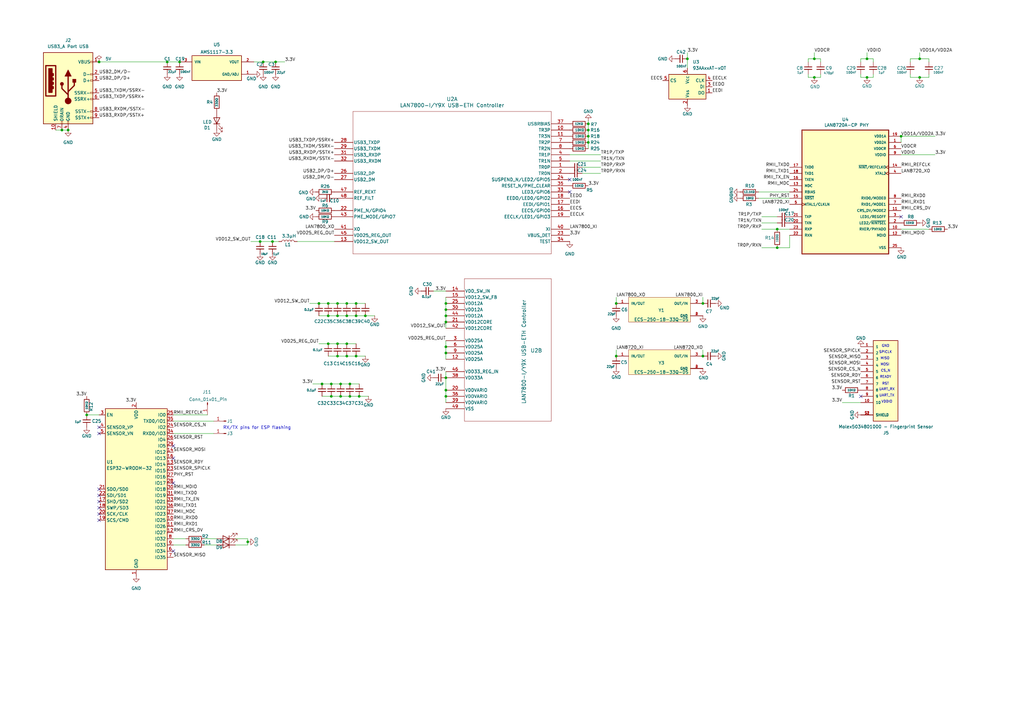
<source format=kicad_sch>
(kicad_sch (version 20250114) (generator "eeschema") (generator_version "9.0")
  (paper "A3")
  (title_block (title "Charizhard") (date "2024-10-31"))
  (text "VDDIO" (at 363.728 164.846 0) (effects (font (size 1 1))))
  (text "UART_TX\n" (at 363.728 162.306 0) (effects (font (size 1 1))))
  (text "GND" (at 363.22 141.986 0) (effects (font (size 1 1))))
  (text "UART_RX" (at 363.728 159.766 0) (effects (font (size 1 1))))
  (text "RST" (at 363.22 157.48 0) (effects (font (size 1 1))))
  (text "MISO" (at 362.966 147.066 0) (effects (font (size 1 1))))
  (text "READY" (at 363.22 154.686 0) (effects (font (size 1 1))))
  (text "SPICLK" (at 363.22 144.526 0) (effects (font (size 1 1))))
  (text "MOSI" (at 362.966 149.606 0) (effects (font (size 1 1))))
  (text "CS_N" (at 363.22 152.146 0) (effects (font (size 1 1))))
  (text "RX/TX pins for ESP flashing" (at 105.41 175.514 0) (effects (font (size 1.27 1.27))))
  (junction (at 334.01 24.13))
  (junction (at 377.19 24.13))
  (junction (at 182.88 144.78))
  (junction (at 143.51 157.48))
  (junction (at 139.7 157.48))
  (junction (at 111.76 99.06))
  (junction (at 107.95 25.4))
  (junction (at 182.88 127))
  (junction (at 138.43 146.05))
  (junction (at 241.3 58.42))
  (junction (at 134.62 129.54))
  (junction (at 149.86 129.54))
  (junction (at 138.43 124.46))
  (junction (at 377.19 31.75))
  (junction (at 182.88 154.94))
  (junction (at 142.24 124.46))
  (junction (at 40.64 25.4))
  (junction (at 146.05 129.54))
  (junction (at 318.77 101.6))
  (junction (at 281.94 24.13))
  (junction (at 73.66 25.4))
  (junction (at 241.3 55.88))
  (junction (at 139.7 162.56))
  (junction (at 355.6 24.13))
  (junction (at 68.58 25.4))
  (junction (at 146.05 146.05))
  (junction (at 369.57 55.88))
  (junction (at 241.3 50.8))
  (junction (at 143.51 162.56))
  (junction (at 113.03 25.4))
  (junction (at 182.88 129.54))
  (junction (at 142.24 129.54))
  (junction (at 135.89 162.56))
  (junction (at 182.88 124.46))
  (junction (at 241.3 53.34))
  (junction (at 135.89 157.48))
  (junction (at 252.73 146.05))
  (junction (at 355.6 31.75))
  (junction (at 132.08 157.48))
  (junction (at 334.01 31.75))
  (junction (at 27.94 53.34))
  (junction (at 147.32 162.56))
  (junction (at 25.4 53.34))
  (junction (at 142.24 146.05))
  (junction (at 130.81 124.46))
  (junction (at 182.88 132.08))
  (junction (at 252.73 124.46))
  (junction (at 182.88 160.02))
  (junction (at 146.05 124.46))
  (junction (at 142.24 140.97))
  (junction (at 138.43 129.54))
  (junction (at 318.77 93.98))
  (junction (at 182.88 142.24))
  (junction (at 134.62 140.97))
  (junction (at 106.68 99.06))
  (junction (at 134.62 124.46))
  (junction (at 35.56 170.18))
  (junction (at 288.29 146.05))
  (junction (at 288.29 124.46))
  (junction (at 138.43 140.97))
  (junction (at 101.6 222.25))
  (junction (at 182.88 162.56))
  (no_connect (at 40.64 208.28))
  (no_connect (at 71.12 182.88))
  (no_connect (at 353.06 162.56))
  (no_connect (at 40.64 210.82))
  (no_connect (at 40.64 177.8))
  (no_connect (at 40.64 205.74))
  (no_connect (at 71.12 187.96))
  (no_connect (at 71.12 198.12))
  (no_connect (at 40.64 203.2))
  (no_connect (at 40.64 213.36))
  (no_connect (at 40.64 200.66))
  (no_connect (at 233.68 73.66))
  (no_connect (at 233.68 78.74))
  (no_connect (at 71.12 226.06))
  (no_connect (at 40.64 175.26))
  (no_connect (at 369.57 88.9))
  (wire (pts (xy 336.55 24.13) (xy 334.01 24.13)))
  (wire (pts (xy 83.82 220.98) (xy 88.9 220.98)))
  (wire (pts (xy 182.88 124.46) (xy 182.88 127)))
  (wire (pts (xy 102.87 99.06) (xy 106.68 99.06)))
  (wire (pts (xy 127 124.46) (xy 130.81 124.46)))
  (wire (pts (xy 238.76 68.58) (xy 246.38 68.58)))
  (wire (pts (xy 377.19 21.59) (xy 377.19 24.13)))
  (wire (pts (xy 139.7 157.48) (xy 143.51 157.48)))
  (wire (pts (xy 241.3 58.42) (xy 241.3 60.96)))
  (wire (pts (xy 288.29 121.92) (xy 288.29 124.46)))
  (wire (pts (xy 345.44 165.1) (xy 353.06 165.1)))
  (wire (pts (xy 68.58 25.4) (xy 73.66 25.4)))
  (wire (pts (xy 311.15 78.74) (xy 323.85 78.74)))
  (wire (pts (xy 182.88 152.4) (xy 182.88 154.94)))
  (wire (pts (xy 135.89 162.56) (xy 139.7 162.56)))
  (wire (pts (xy 132.08 162.56) (xy 135.89 162.56)))
  (wire (pts (xy 369.57 55.88) (xy 369.57 58.42)))
  (wire (pts (xy 71.12 220.98) (xy 76.2 220.98)))
  (wire (pts (xy 318.77 93.98) (xy 323.85 93.98)))
  (wire (pts (xy 177.8 119.38) (xy 182.88 119.38)))
  (wire (pts (xy 369.57 63.5) (xy 383.54 63.5)))
  (wire (pts (xy 312.42 101.6) (xy 318.77 101.6)))
  (wire (pts (xy 134.62 140.97) (xy 138.43 140.97)))
  (wire (pts (xy 96.52 220.98) (xy 101.6 220.98)))
  (wire (pts (xy 323.85 101.6) (xy 323.85 96.52)))
  (wire (pts (xy 182.88 154.94) (xy 182.88 160.02)))
  (wire (pts (xy 138.43 129.54) (xy 142.24 129.54)))
  (wire (pts (xy 71.12 170.18) (xy 85.09 170.18)))
  (wire (pts (xy 71.12 223.52) (xy 76.2 223.52)))
  (wire (pts (xy 369.57 55.88) (xy 383.54 55.88)))
  (wire (pts (xy 377.19 24.13) (xy 381 24.13)))
  (wire (pts (xy 233.68 66.04) (xy 246.38 66.04)))
  (wire (pts (xy 381 24.13) (xy 381 25.4)))
  (wire (pts (xy 281.94 24.13) (xy 281.94 27.94)))
  (wire (pts (xy 134.62 129.54) (xy 138.43 129.54)))
  (wire (pts (xy 358.14 31.75) (xy 358.14 30.48)))
  (wire (pts (xy 25.4 53.34) (xy 27.94 53.34)))
  (wire (pts (xy 288.29 143.51) (xy 288.29 146.05)))
  (wire (pts (xy 381 30.48) (xy 381 31.75)))
  (wire (pts (xy 83.82 223.52) (xy 88.9 223.52)))
  (wire (pts (xy 336.55 24.13) (xy 336.55 25.4)))
  (wire (pts (xy 377.19 31.75) (xy 373.38 31.75)))
  (wire (pts (xy 241.3 50.8) (xy 241.3 53.34)))
  (wire (pts (xy 151.13 162.56) (xy 147.32 162.56)))
  (wire (pts (xy 142.24 146.05) (xy 146.05 146.05)))
  (wire (pts (xy 143.51 157.48) (xy 147.32 157.48)))
  (wire (pts (xy 182.88 129.54) (xy 182.88 132.08)))
  (wire (pts (xy 134.62 124.46) (xy 138.43 124.46)))
  (wire (pts (xy 355.6 24.13) (xy 353.06 24.13)))
  (wire (pts (xy 377.19 31.75) (xy 381 31.75)))
  (wire (pts (xy 147.32 162.56) (xy 143.51 162.56)))
  (wire (pts (xy 355.6 21.59) (xy 355.6 24.13)))
  (wire (pts (xy 241.3 53.34) (xy 241.3 55.88)))
  (wire (pts (xy 312.42 93.98) (xy 318.77 93.98)))
  (wire (pts (xy 381 93.98) (xy 369.57 93.98)))
  (wire (pts (xy 358.14 24.13) (xy 358.14 25.4)))
  (wire (pts (xy 241.3 49.53) (xy 241.3 50.8)))
  (wire (pts (xy 252.73 121.92) (xy 252.73 124.46)))
  (wire (pts (xy 132.08 157.48) (xy 135.89 157.48)))
  (wire (pts (xy 22.86 53.34) (xy 25.4 53.34)))
  (wire (pts (xy 146.05 129.54) (xy 149.86 129.54)))
  (wire (pts (xy 138.43 140.97) (xy 142.24 140.97)))
  (wire (pts (xy 130.81 140.97) (xy 134.62 140.97)))
  (wire (pts (xy 146.05 124.46) (xy 149.86 124.46)))
  (wire (pts (xy 146.05 146.05) (xy 149.86 146.05)))
  (wire (pts (xy 312.42 88.9) (xy 318.77 88.9)))
  (wire (pts (xy 128.27 157.48) (xy 132.08 157.48)))
  (wire (pts (xy 358.14 24.13) (xy 355.6 24.13)))
  (wire (pts (xy 114.3 99.06) (xy 111.76 99.06)))
  (wire (pts (xy 334.01 21.59) (xy 334.01 24.13)))
  (wire (pts (xy 331.47 24.13) (xy 331.47 25.4)))
  (wire (pts (xy 238.76 71.12) (xy 246.38 71.12)))
  (wire (pts (xy 143.51 162.56) (xy 139.7 162.56)))
  (wire (pts (xy 111.76 99.06) (xy 106.68 99.06)))
  (wire (pts (xy 353.06 24.13) (xy 353.06 25.4)))
  (wire (pts (xy 355.6 31.75) (xy 353.06 31.75)))
  (wire (pts (xy 241.3 55.88) (xy 241.3 58.42)))
  (wire (pts (xy 96.52 223.52) (xy 101.6 223.52)))
  (wire (pts (xy 101.6 220.98) (xy 101.6 222.25)))
  (wire (pts (xy 336.55 30.48) (xy 336.55 31.75)))
  (wire (pts (xy 373.38 25.4) (xy 373.38 24.13)))
  (wire (pts (xy 142.24 124.46) (xy 146.05 124.46)))
  (wire (pts (xy 355.6 31.75) (xy 358.14 31.75)))
  (wire (pts (xy 331.47 30.48) (xy 331.47 31.75)))
  (wire (pts (xy 182.88 139.7) (xy 182.88 142.24)))
  (wire (pts (xy 318.77 101.6) (xy 323.85 101.6)))
  (wire (pts (xy 182.88 144.78) (xy 182.88 147.32)))
  (wire (pts (xy 182.88 142.24) (xy 182.88 144.78)))
  (wire (pts (xy 40.64 25.4) (xy 68.58 25.4)))
  (wire (pts (xy 281.94 21.59) (xy 281.94 24.13)))
  (wire (pts (xy 130.81 124.46) (xy 134.62 124.46)))
  (wire (pts (xy 373.38 24.13) (xy 377.19 24.13)))
  (wire (pts (xy 138.43 146.05) (xy 142.24 146.05)))
  (wire (pts (xy 312.42 91.44) (xy 318.77 91.44)))
  (wire (pts (xy 135.89 157.48) (xy 139.7 157.48)))
  (wire (pts (xy 334.01 24.13) (xy 331.47 24.13)))
  (wire (pts (xy 134.62 146.05) (xy 138.43 146.05)))
  (wire (pts (xy 87.63 177.8) (xy 71.12 177.8)))
  (wire (pts (xy 252.73 143.51) (xy 252.73 146.05)))
  (wire (pts (xy 71.12 172.72) (xy 87.63 172.72)))
  (wire (pts (xy 182.88 121.92) (xy 182.88 124.46)))
  (wire (pts (xy 373.38 31.75) (xy 373.38 30.48)))
  (wire (pts (xy 142.24 129.54) (xy 146.05 129.54)))
  (wire (pts (xy 142.24 140.97) (xy 146.05 140.97)))
  (wire (pts (xy 121.92 99.06) (xy 137.16 99.06)))
  (wire (pts (xy 149.86 129.54) (xy 153.67 129.54)))
  (wire (pts (xy 107.95 25.4) (xy 104.14 25.4)))
  (wire (pts (xy 182.88 160.02) (xy 182.88 162.56)))
  (wire (pts (xy 331.47 31.75) (xy 334.01 31.75)))
  (wire (pts (xy 182.88 127) (xy 182.88 129.54)))
  (wire (pts (xy 233.68 63.5) (xy 246.38 63.5)))
  (wire (pts (xy 138.43 124.46) (xy 142.24 124.46)))
  (wire (pts (xy 336.55 31.75) (xy 334.01 31.75)))
  (wire (pts (xy 101.6 223.52) (xy 101.6 222.25)))
  (wire (pts (xy 130.81 129.54) (xy 134.62 129.54)))
  (wire (pts (xy 311.15 81.28) (xy 323.85 81.28)))
  (wire (pts (xy 107.95 25.4) (xy 113.03 25.4)))
  (wire (pts (xy 353.06 30.48) (xy 353.06 31.75)))
  (wire (pts (xy 35.56 170.18) (xy 40.64 170.18)))
  (wire (pts (xy 113.03 25.4) (xy 116.84 25.4)))
  (wire (pts (xy 182.88 162.56) (xy 182.88 165.1)))
  (wire (pts (xy 182.88 132.08) (xy 182.88 134.62)))
  (label "VDDCR" (at 334.01 21.59 0))
  (label "3.3V" (at 388.62 93.98 0))
  (label "3.3V" (at 182.88 152.4 180))
  (label "VDDIO" (at 369.57 63.5 0))
  (label "3.3V" (at 241.3 76.2 0))
  (label "3.3V" (at 345.44 165.1 180))
  (label "EECLK" (at 233.68 88.9 0))
  (label "SENSOR_MISO" (at 71.12 228.6 0))
  (label "VDD12_SW_OUT" (at 102.87 99.06 180))
  (label "3.3V" (at 116.84 25.4 0))
  (label "VDD1A{slash}VDD2A" (at 369.57 55.88 0))
  (label "LAN8720_XO" (at 369.57 71.12 0))
  (label "USB2_DP{slash}D+" (at 137.16 71.12 180))
  (label "VDD25_REG_OUT" (at 130.81 140.97 180))
  (label "LAN8720_XI" (at 252.73 143.51 0))
  (label "VDDIO" (at 355.6 21.59 0))
  (label "SENSOR_CS_N" (at 353.06 152.4 180))
  (label "RMII_MDC" (at 323.85 76.2 180))
  (label "VDD25_REG_OUT" (at 137.16 96.52 180))
  (label "USB3_TXDM{slash}SSRX-" (at 137.16 60.96 180))
  (label "RMII_RXD1" (at 71.12 215.9 0))
  (label "USB3_RXDP{slash}SSTX+" (at 137.16 63.5 180))
  (label "SENSOR_SPICLK" (at 353.06 144.78 180))
  (label "SENSOR_RDY" (at 71.12 190.5 0))
  (label "EEDO" (at 233.68 81.28 0))
  (label "LAN8720_XO" (at 288.29 143.51 180))
  (label "RMII_TXD1" (at 323.85 71.12 180))
  (label "EECS" (at 233.68 86.36 0))
  (label "RMII_RXD0" (at 369.57 81.28 0))
  (label "USB3_TXDP{slash}SSRX+" (at 40.64 40.64 0))
  (label "EEDI" (at 292.1 38.1 0))
  (label "SENSOR_RST" (at 353.06 157.48 180))
  (label "3.3V" (at 233.68 96.52 0))
  (label "RMII_TXD0" (at 71.12 203.2 0))
  (label "RMII_RXD0" (at 71.12 213.36 0))
  (label "3.3V" (at 345.44 160.02 180))
  (label "TR1N{slash}TXN" (at 246.38 66.04 0))
  (label "USB3_TXDP{slash}SSRX+" (at 137.16 58.42 180))
  (label "TR0P{slash}RXP" (at 246.38 68.58 0))
  (label "RMII_TX_EN" (at 71.12 205.74 0))
  (label "EEDI" (at 233.68 83.82 0))
  (label "LAN8720_XI" (at 323.85 83.82 180))
  (label "TR0P{slash}RXN" (at 312.42 101.6 180))
  (label "RMII_MDIO" (at 369.57 96.52 0))
  (label "USB3_TXDM{slash}SSRX-" (at 40.64 38.1 0))
  (label "3.3V" (at 128.27 157.48 180))
  (label "TR0P{slash}RXN" (at 246.38 71.12 0))
  (label "RMII_REFCLK" (at 71.12 170.18 0))
  (label "RMII_CRS_DV" (at 71.12 218.44 0))
  (label "USB3_RXDM{slash}SSTX-" (at 137.16 66.04 180))
  (label "SENSOR_CS_N" (at 71.12 175.26 0))
  (label "LAN7800_XI" (at 288.29 121.92 180))
  (label "RMII_TXD0" (at 323.85 68.58 180))
  (label "USB2_DP{slash}D+" (at 40.64 33.02 0))
  (label "USB3_RXDP{slash}SSTX+" (at 40.64 48.26 0))
  (label "EECLK" (at 292.1 33.02 0))
  (label "RMII_REFCLK" (at 369.57 68.58 0))
  (label "LAN7800_XI" (at 233.68 93.98 0))
  (label "SENSOR_SPICLK" (at 71.12 193.04 0))
  (label "3.3V" (at 129.54 86.36 180))
  (label "3.3V" (at 182.88 119.38 180))
  (label "LAN7800_XO" (at 252.73 121.92 0))
  (label "3.3V" (at 55.88 165.1 180))
  (label "SENSOR_MISO" (at 353.06 147.32 180))
  (label "3.3V" (at 383.54 55.88 0))
  (label "VDD1A{slash}VDD2A" (at 377.19 21.59 0))
  (label "PHY_RST" (at 323.85 81.28 180))
  (label "TR1N{slash}TXN" (at 312.42 91.44 180))
  (label "TR1P{slash}TXP" (at 246.38 63.5 0))
  (label "USB2_DM{slash}D-" (at 137.16 73.66 180))
  (label "VDD12_SW_OUT" (at 127 124.46 180))
  (label "SENSOR_RDY" (at 353.06 154.94 180))
  (label "PHY_RST" (at 71.12 195.58 0))
  (label "VDD25_REG_OUT" (at 182.88 139.7 180))
  (label "RMII_MDC" (at 71.12 210.82 0))
  (label "EECS" (at 271.78 33.02 180))
  (label "RMII_RXD1" (at 369.57 83.82 0))
  (label "SENSOR_RST" (at 71.12 180.34 0))
  (label "VDDCR" (at 369.57 60.96 0))
  (label "EEDO" (at 292.1 35.56 0))
  (label "SENSOR_MOSI" (at 353.06 149.86 180))
  (label "USB2_DM{slash}D-" (at 40.64 30.48 0))
  (label "3.3V" (at 88.9 38.1 0))
  (label "3.3V" (at 281.94 21.59 0))
  (label "RMII_MDIO" (at 71.12 200.66 0))
  (label "LAN7800_XO" (at 137.16 93.98 180))
  (label "3.3V" (at 35.56 162.56 180))
  (label "VDD12_SW_OUT" (at 182.88 134.62 180))
  (label "TR0P{slash}RXP" (at 312.42 93.98 180))
  (label "USB3_RXDM{slash}SSTX-" (at 40.64 45.72 0))
  (label "SENSOR_MOSI" (at 71.12 185.42 0))
  (label "RMII_TXD1" (at 71.12 208.28 0))
  (label "RMII_TX_EN" (at 323.85 73.66 180))
  (label "3.3V" (at 383.54 63.5 0))
  (label "TR1P{slash}TXP" (at 312.42 88.9 180))
  (label "RMII_CRS_DV" (at 369.57 86.36 0))
  (symbol (lib_id "Device:C_Small") (at 135.89 160.02 0) (unit 1)
    (property "Reference" "C33" (at 135.89 165.354 0))
    (property "Value" "0.1µF" (at 127.762 160.02 0) (effects (font (size 0.9 0.9))))
    (property "Footprint" "Capacitor_SMD:C_0603_1608Metric" (effects (hide yes)))
    (property "Description" "Unpolarized capacitor, small symbol" (effects (hide yes)))
  )
  (symbol (lib_id "Connector:Conn_01x01_Pin") (at 92.71 172.72 180) (unit 1)
    (property "Reference" "J1" (at 95.504 172.72 0) (effects (justify left)))
    (property "Value" "Conn_01x01_Pin" (effects (hide yes)))
    (property "Footprint" "Connector_PinHeader_2.54mm:PinHeader_1x01_P2.54mm_Vertical" (effects (hide yes)))
    (property "Description" "Generic connector, single row, 01x01, script generated" (effects (hide yes)))
  )
  (symbol (lib_id "Device:R") (at 80.01 223.52 90) (unit 1)
    (property "Reference" "R11" (at 82.804 222.504 90) (effects (justify right)))
    (property "Value" "330Ω" (at 78.232 223.52 90) (effects (font (size 0.9 0.9)) (justify right)))
    (property "Footprint" "Resistor_SMD:R_0603_1608Metric" (effects (hide yes)))
    (property "Description" "Resistor" (effects (hide yes)))
  )
  (symbol (lib_id "power:GND") (at 369.57 101.6 0) (unit 1)
    (property "Reference" "#PWR06" (effects (hide yes)))
    (property "Value" "GND" (at 369.824 105.41 0))
    (property "Description" "Power symbol creates a global label with name \"GND\" , ground" (effects (hide yes)))
  )
  (symbol (lib_id "Device:R") (at 373.38 91.44 90) (unit 1)
    (property "Reference" "R8" (at 374.904 88.9 90) (effects (justify left)))
    (property "Value" "10KΩ" (at 374.904 91.44 90) (effects (font (size 0.8 0.8)) (justify left)))
    (property "Footprint" "Resistor_SMD:R_0603_1608Metric" (effects (hide yes)))
    (property "Description" "Resistor" (effects (hide yes)))
  )
  (symbol (lib_id "power:GND") (at 113.03 30.48 0) (unit 1)
    (property "Reference" "#PWR038" (effects (hide yes)))
    (property "Value" "GND" (at 113.03 35.56 0))
    (property "Description" "Power symbol creates a global label with name \"GND\" , ground" (effects (hide yes)))
  )
  (symbol (lib_id "power:GND") (at 281.94 43.18 0) (unit 1)
    (property "Reference" "#PWR07" (effects (hide yes)))
    (property "Value" "GND" (at 279.908 46.736 0) (effects (justify left)))
    (property "Description" "Power symbol creates a global label with name \"GND\" , ground" (effects (hide yes)))
  )
  (symbol (lib_id "power:GND") (at 377.19 91.44 90) (unit 1)
    (property "Reference" "#PWR019" (effects (hide yes)))
    (property "Value" "GND" (at 380.746 91.44 0))
    (property "Description" "Power symbol creates a global label with name \"GND\" , ground" (effects (hide yes)))
  )
  (symbol (lib_id "Device:C_Small") (at 290.83 146.05 90) (unit 1)
    (property "Reference" "C4" (at 289.56 149.352 90) (effects (justify right)))
    (property "Value" "22pF" (at 291.592 144.018 90) (effects (font (size 0.9 0.9)) (justify right)))
    (property "Footprint" "Capacitor_SMD:C_0603_1608Metric" (effects (hide yes)))
    (property "Description" "Unpolarized capacitor, small symbol" (effects (hide yes)))
  )
  (symbol (lib_id "Device:C_Small") (at 321.31 91.44 270) (unit 1)
    (property "Reference" "C20" (at 321.818 90.17 90) (effects (justify left)))
    (property "Value" "100nF" (effects (hide yes)))
    (property "Footprint" "Capacitor_SMD:C_0603_1608Metric" (effects (hide yes)))
    (property "Description" "Unpolarized capacitor, small symbol" (effects (hide yes)))
  )
  (symbol (lib_id "Device:C_Small") (at 73.66 27.94 0) (unit 1)
    (property "Reference" "C19" (at 71.882 24.13 0) (effects (justify left)))
    (property "Value" "100nF" (at 73.914 29.464 0) (effects (font (size 0.9 0.9)) (justify left)))
    (property "Footprint" "Capacitor_SMD:C_0603_1608Metric" (effects (hide yes)))
    (property "Description" "Unpolarized capacitor, small symbol" (effects (hide yes)))
  )
  (symbol (lib_id "power:GND") (at 68.58 30.48 0) (unit 1)
    (property "Reference" "#PWR025" (effects (hide yes)))
    (property "Value" "GND" (at 68.58 35.56 0))
    (property "Description" "Power symbol creates a global label with name \"GND\" , ground" (effects (hide yes)))
  )
  (symbol (lib_id "power:GND") (at 129.54 78.74 270) (unit 1)
    (property "Reference" "#PWR012" (effects (hide yes)))
    (property "Value" "GND" (at 124.46 78.994 90))
    (property "Description" "Power symbol creates a global label with name \"GND\" , ground" (effects (hide yes)))
  )
  (symbol (lib_id "Device:C_Small") (at 353.06 27.94 180) (unit 1)
    (property "Reference" "C29" (at 351.028 27.94 0) (effects (justify left)))
    (property "Value" "100nF" (at 351.282 29.718 0) (effects (font (size 0.9 0.9)) (justify left)))
    (property "Footprint" "Capacitor_SMD:C_0603_1608Metric" (effects (hide yes)))
    (property "Description" "Unpolarized capacitor, small symbol" (effects (hide yes)))
  )
  (symbol (lib_id "Device:R") (at 88.9 41.91 0) (unit 1)
    (property "Reference" "R4" (at 87.376 41.91 0) (effects (justify right)))
    (property "Value" "330Ω" (at 88.9 40.132 90) (effects (font (size 0.9 0.9)) (justify right)))
    (property "Footprint" "Resistor_SMD:R_0603_1608Metric" (effects (hide yes)))
    (property "Description" "Resistor" (effects (hide yes)))
  )
  (symbol (lib_id "power:GND") (at 27.94 53.34 0) (unit 1)
    (property "Reference" "#PWR041" (effects (hide yes)))
    (property "Value" "GND" (at 27.94 58.42 0))
    (property "Description" "Power symbol creates a global label with name \"GND\" , ground" (effects (hide yes)))
  )
  (symbol (lib_id "power:GND") (at 107.95 30.48 0) (unit 1)
    (property "Reference" "#PWR037" (effects (hide yes)))
    (property "Value" "GND" (at 107.95 35.56 0))
    (property "Description" "Power symbol creates a global label with name \"GND\" , ground" (effects (hide yes)))
  )
  (symbol (lib_id "power:GND") (at 276.86 24.13 270) (unit 1)
    (property "Reference" "#PWR040" (effects (hide yes)))
    (property "Value" "GND" (at 271.78 24.13 90))
    (property "Description" "Power symbol creates a global label with name \"GND\" , ground" (effects (hide yes)))
  )
  (symbol (lib_id "power:GND") (at 182.88 167.64 0) (unit 1)
    (property "Reference" "#PWR04" (effects (hide yes)))
    (property "Value" "GND" (at 182.88 171.196 0))
    (property "Description" "Power symbol creates a global label with name \"GND\" , ground" (effects (hide yes)))
  )
  (symbol (lib_id "Device:C_Small") (at 147.32 160.02 180) (unit 1)
    (property "Reference" "C31" (at 147.32 165.354 0))
    (property "Value" "0.1µF" (effects (hide yes)))
    (property "Footprint" "Capacitor_SMD:C_0603_1608Metric" (effects (hide yes)))
    (property "Description" "Unpolarized capacitor, small symbol" (effects (hide yes)))
  )
  (symbol (lib_id "Device:C_Small") (at 143.51 160.02 180) (unit 1)
    (property "Reference" "C37" (at 143.51 165.354 0))
    (property "Value" "0.1µF" (effects (hide yes)))
    (property "Footprint" "Capacitor_SMD:C_0603_1608Metric" (effects (hide yes)))
    (property "Description" "Unpolarized capacitor, small symbol" (effects (hide yes)))
  )
  (symbol (lib_id "power:GND") (at 55.88 236.22 0) (unit 1)
    (property "Reference" "#PWR022" (effects (hide yes)))
    (property "Value" "GND" (at 55.88 241.3 0))
    (property "Description" "Power symbol creates a global label with name \"GND\" , ground" (effects (hide yes)))
  )
  (symbol (lib_id "power:GND") (at 293.37 124.46 90) (unit 1)
    (property "Reference" "#PWR015" (effects (hide yes)))
    (property "Value" "GND" (at 297.18 126.238 90))
    (property "Description" "Power symbol creates a global label with name \"GND\" , ground" (effects (hide yes)))
  )
  (symbol (lib_id "Device:C_Small") (at 381 27.94 180) (unit 1)
    (property "Reference" "C27" (at 383.032 27.94 0) (effects (justify right)))
    (property "Value" "100nF" (at 382.778 29.718 0) (effects (font (size 0.9 0.9)) (justify right)))
    (property "Footprint" "Capacitor_SMD:C_0603_1608Metric" (effects (hide yes)))
    (property "Description" "Unpolarized capacitor, small symbol" (effects (hide yes)))
  )
  (symbol (lib_id "Connector:Conn_01x01_Pin") (at 92.71 177.8 180) (unit 1)
    (property "Reference" "J3" (at 95.504 177.8 0) (effects (justify left)))
    (property "Value" "Conn_01x01_Pin" (effects (hide yes)))
    (property "Footprint" "Connector_PinHeader_2.54mm:PinHeader_1x01_P2.54mm_Vertical" (effects (hide yes)))
    (property "Description" "Generic connector, single row, 01x01, script generated" (effects (hide yes)))
  )
  (symbol (lib_id "power:GND") (at 73.66 30.48 0) (unit 1)
    (property "Reference" "#PWR036" (effects (hide yes)))
    (property "Value" "GND" (at 73.66 35.56 0))
    (property "Description" "Power symbol creates a global label with name \"GND\" , ground" (effects (hide yes)))
  )
  (symbol (lib_id "Device:C_Small") (at 321.31 88.9 270) (unit 1)
    (property "Reference" "C17" (at 321.818 87.63 90) (effects (justify left)))
    (property "Value" "100nF" (at 319.278 86.106 90) (effects (font (size 0.9 0.9)) (justify left)))
    (property "Footprint" "Capacitor_SMD:C_0603_1608Metric" (effects (hide yes)))
    (property "Description" "Unpolarized capacitor, small symbol" (effects (hide yes)))
  )
  (symbol (lib_id "Device:R") (at 80.01 220.98 90) (unit 1)
    (property "Reference" "R2" (at 82.804 219.964 90) (effects (justify right)))
    (property "Value" "330Ω" (at 78.232 220.98 90) (effects (font (size 0.9 0.9)) (justify right)))
    (property "Footprint" "Resistor_SMD:R_0603_1608Metric" (effects (hide yes)))
    (property "Description" "Resistor" (effects (hide yes)))
  )
  (symbol (lib_id "Device:C_Small") (at 146.05 143.51 0) (unit 1)
    (property "Reference" "C16" (at 146.05 149.098 0))
    (property "Value" "0.1µF" (at 130.302 143.51 0) (effects (font (size 0.9 0.9))))
    (property "Footprint" "Capacitor_SMD:C_0603_1608Metric" (effects (hide yes)))
    (property "Description" "Unpolarized capacitor, small symbol" (effects (hide yes)))
  )
  (symbol (lib_id "Device:C_Small") (at 111.76 101.6 0) (unit 1)
    (property "Reference" "C11" (at 111.506 97.282 0))
    (property "Value" "1µF" (at 113.284 104.14 0) (effects (font (size 0.9 0.9))))
    (property "Footprint" "Capacitor_SMD:C_0603_1608Metric" (effects (hide yes)))
    (property "Description" "Unpolarized capacitor, small symbol" (effects (hide yes)))
  )
  (symbol (lib_id "power:GND") (at 252.73 129.54 0) (unit 1)
    (property "Reference" "#PWR03" (effects (hide yes)))
    (property "Value" "GND" (at 252.73 134.62 0))
    (property "Description" "Power symbol creates a global label with name \"GND\" , ground" (effects (hide yes)))
  )
  (symbol (lib_id "Device:R") (at 237.49 50.8 90) (unit 1)
    (property "Reference" "R7" (at 243.586 51.054 90))
    (property "Value" "12KΩ" (at 237.49 50.8 90) (effects (font (size 0.8 0.8))))
    (property "Footprint" "Resistor_SMD:R_0603_1608Metric" (effects (hide yes)))
    (property "Description" "Resistor" (effects (hide yes)))
  )
  (symbol (lib_id "AMS1117-3.3:AMS1117-3.3") (at 88.9 27.94 0) (unit 1)
    (property "Reference" "U5" (at 88.9 18.288 0))
    (property "Value" "AMS1117-3.3" (at 88.9 21.336 0))
    (property "Footprint" "AMS1117-3.3:SOT229P700X180-4N" (effects (hide yes)))
    (property "MF" "Advanced Monolithic Systems" (effects (hide yes)))
    (property "MAXIMUM_PACKAGE_HEIGHT" "1.8 mm" (effects (hide yes)))
    (property "Package" "SOT-223 Seeed Technology" (effects (hide yes)))
    (property "Price" "None" (effects (hide yes)))
    (property "Check_prices" "https://www.snapeda.com/parts/AMS1117-3.3/Advanced+Monolithic+Systems/view-part/?ref=eda" (effects (hide yes)))
    (property "STANDARD" "IPC 7351B" (effects (hide yes)))
    (property "PARTREV" "N/A" (effects (hide yes)))
    (property "SnapEDA_Link" "https://www.snapeda.com/parts/AMS1117-3.3/Advanced+Monolithic+Systems/view-part/?ref=snap" (effects (hide yes)))
    (property "SNAPEDA_PACKAGE_ID" "71280" (effects (hide yes)))
    (property "MP" "AMS1117-3.3" (effects (hide yes)))
    (property "Description_1" "\n                        \n                            Sot223/Pkg 1-Amp 3.3-Volt Low Drop Out Voltage Regulatator\n                        \n" (effects (hide yes)))
    (property "MANUFACTURER" "Advanced Monolithic Systems" (effects (hide yes)))
    (property "Availability" "Not in stock" (effects (hide yes)))
    (property "SNAPEDA_PN" "AMS1117-3.3" (effects (hide yes)))
  )
  (symbol (lib_id "power:GND") (at 353.06 170.18 270) (unit 1)
    (property "Reference" "#PWR016" (effects (hide yes)))
    (property "Value" "GND" (at 349.504 170.18 0))
    (property "Description" "Power symbol creates a global label with name \"GND\" , ground" (effects (hide yes)))
  )
  (symbol (lib_id "Device:C_Small") (at 180.34 154.94 270) (unit 1)
    (property "Reference" "C41" (at 176.784 152.4 90))
    (property "Value" "22µF" (at 180.34 157.48 90) (effects (font (size 0.9 0.9))))
    (property "Footprint" "Capacitor_SMD:C_0603_1608Metric" (effects (hide yes)))
    (property "Description" "Unpolarized capacitor, small symbol" (effects (hide yes)))
  )
  (symbol (lib_id "RF_Module:ESP32-WROOM-32") (at 55.88 200.66 0) (unit 1)
    (property "Reference" "U1" (at 43.688 189.484 0) (effects (justify left)))
    (property "Value" "ESP32-WROOM-32" (at 43.688 192.024 0) (effects (justify left)))
    (property "Footprint" "RF_Module:ESP32-WROOM-32" (effects (hide yes)))
    (property "Datasheet" "https://www.espressif.com/sites/default/files/documentation/esp32-wroom-32_datasheet_en.pdf" (effects (hide yes)))
    (property "Description" "RF Module, ESP32-D0WDQ6 SoC, Wi-Fi 802.11b/g/n, Bluetooth, BLE, 32-bit, 2.7-3.6V, onboard antenna, SMD" (effects (hide yes)))
  )
  (symbol (lib_id "Device:C_Small") (at 236.22 68.58 270) (unit 1)
    (property "Reference" "C21" (at 236.728 67.31 90) (effects (justify left)))
    (property "Value" "100nF" (at 234.696 73.66 90) (effects (font (size 0.9 0.9)) (justify left)))
    (property "Footprint" "Capacitor_SMD:C_0603_1608Metric" (effects (hide yes)))
    (property "Description" "Unpolarized capacitor, small symbol" (effects (hide yes)))
  )
  (symbol (lib_id "Connector:USB3_A") (at 27.94 35.56 0) (unit 1)
    (property "Reference" "J2" (at 27.94 16.51 0))
    (property "Value" "USB3_A Port USB" (at 27.94 19.05 0))
    (property "Footprint" "Connector_USB:USB3_A_Plug_Wuerth_692112030100_Horizontal" (effects (hide yes)))
    (property "Description" "USB 3.0 A connector" (effects (hide yes)))
  )
  (symbol (lib_id "Device:LED") (at 88.9 49.53 90) (unit 1)
    (property "Reference" "D1" (at 86.36 52.3876 90) (effects (justify left)))
    (property "Value" "LED" (at 86.868 50.038 90) (effects (justify left)))
    (property "Footprint" "Diode_SMD:D_0805_2012Metric" (effects (hide yes)))
    (property "Description" "Light emitting diode" (effects (hide yes)))
  )
  (symbol (lib_id "Device:R") (at 307.34 78.74 270) (unit 1)
    (property "Reference" "R10" (at 305.562 76.2 90) (effects (justify left)))
    (property "Value" "12.1KΩ" (at 305.054 78.74 90) (effects (font (size 0.8 0.8)) (justify left)))
    (property "Footprint" "Resistor_SMD:R_0603_1608Metric" (effects (hide yes)))
    (property "Description" "Resistor" (effects (hide yes)))
  )
  (symbol (lib_id "Device:C_Small") (at 331.47 27.94 0) (unit 1)
    (property "Reference" "C8" (at 326.644 27.94 0) (effects (justify left)))
    (property "Value" "1µF" (at 326.898 29.718 0) (effects (font (size 0.9 0.9)) (justify left)))
    (property "Footprint" "Capacitor_SMD:C_0603_1608Metric" (effects (hide yes)))
    (property "Description" "Unpolarized capacitor, small symbol" (effects (hide yes)))
  )
  (symbol (lib_id "power:GND") (at 132.08 81.28 270) (unit 1)
    (property "Reference" "#PWR039" (effects (hide yes)))
    (property "Value" "GND" (at 127.508 81.534 90))
    (property "Description" "Power symbol creates a global label with name \"GND\" , ground" (effects (hide yes)))
  )
  (symbol (lib_id "power:GND") (at 129.54 88.9 270) (unit 1)
    (property "Reference" "#PWR028" (effects (hide yes)))
    (property "Value" "GND" (at 124.714 88.9 90))
    (property "Description" "Power symbol creates a global label with name \"GND\" , ground" (effects (hide yes)))
  )
  (symbol (lib_id "Device:R") (at 237.49 53.34 270) (unit 1)
    (property "Reference" "R16" (at 244.094 53.34 90))
    (property "Value" "10KΩ" (at 237.744 53.34 90) (effects (font (size 0.9 0.9))))
    (property "Footprint" "Resistor_SMD:R_0603_1608Metric" (effects (hide yes)))
    (property "Description" "Resistor" (effects (hide yes)))
  )
  (symbol (lib_id "Device:C_Small") (at 113.03 27.94 0) (unit 1)
    (property "Reference" "C3" (at 109.982 26.416 0) (effects (justify left)))
    (property "Value" "22µF" (at 113.538 29.718 0) (effects (font (size 0.9 0.9)) (justify left)))
    (property "Footprint" "Capacitor_SMD:C_0603_1608Metric" (effects (hide yes)))
    (property "Description" "Unpolarized capacitor, small symbol" (effects (hide yes)))
  )
  (symbol (lib_id "Device:C_Small") (at 142.24 143.51 0) (unit 1)
    (property "Reference" "C15" (at 142.24 149.098 0))
    (property "Value" "0.1µF" (effects (hide yes)))
    (property "Footprint" "Capacitor_SMD:C_0603_1608Metric" (effects (hide yes)))
    (property "Description" "Unpolarized capacitor, small symbol" (effects (hide yes)))
  )
  (symbol (lib_id "Device:R") (at 349.25 160.02 90) (unit 1)
    (property "Reference" "R1" (at 349.25 162.306 90))
    (property "Value" "10KΩ" (at 349.25 160.02 90) (effects (font (size 0.8 0.8))))
    (property "Footprint" "Resistor_SMD:R_0603_1608Metric" (effects (hide yes)))
    (property "Description" "Resistor" (effects (hide yes)))
  )
  (symbol (lib_id "Device:C_Small") (at 134.62 127 0) (unit 1)
    (property "Reference" "C35" (at 134.62 131.826 0))
    (property "Value" "0.1µF" (effects (hide yes)))
    (property "Footprint" "Capacitor_SMD:C_0603_1608Metric" (effects (hide yes)))
    (property "Description" "Unpolarized capacitor, small symbol" (effects (hide yes)))
  )
  (symbol (lib_id "Device:C_Small") (at 149.86 127 0) (unit 1)
    (property "Reference" "C40" (at 149.86 131.826 0))
    (property "Value" "0.1µF" (effects (hide yes)))
    (property "Footprint" "Capacitor_SMD:C_0603_1608Metric" (effects (hide yes)))
    (property "Description" "Unpolarized capacitor, small symbol" (effects (hide yes)))
  )
  (symbol (lib_id "Device:R") (at 318.77 97.79 0) (unit 1)
    (property "Reference" "R14" (at 313.69 97.536 0) (effects (justify left)))
    (property "Value" "100Ω" (at 318.77 99.314 90) (effects (font (size 0.8 0.8)) (justify left)))
    (property "Footprint" "Resistor_SMD:R_0603_1608Metric" (effects (hide yes)))
    (property "Description" "Resistor" (effects (hide yes)))
  )
  (symbol (lib_id "Device:C_Small") (at 134.62 143.51 0) (unit 1)
    (property "Reference" "C13" (at 134.62 149.098 0))
    (property "Value" "0.1µF" (effects (hide yes)))
    (property "Footprint" "Capacitor_SMD:C_0603_1608Metric" (effects (hide yes)))
    (property "Description" "Unpolarized capacitor, small symbol" (effects (hide yes)))
  )
  (symbol (lib_id "ECS-250-18-33Q-DS:ECS-250-18-33Q-DS") (at 270.51 148.59 0) (unit 1)
    (property "Reference" "Y3" (at 271.272 148.844 0))
    (property "Value" "ECS-250-18-33Q-DS" (at 271.272 152.654 0))
    (property "Footprint" "Crystal SMB 25MHz 3225:XTAL_ECS-250-18-33Q-DS" (effects (hide yes)))
    (property "MF" "ECS Inc." (effects (hide yes)))
    (property "Description_1" "\n                        \n                            25 MHz ±30ppm Crystal 18pF 40 Ohms 4-SMD, No Lead\n                        \n" (effects (hide yes)))
    (property "Package" "ECX-33Q-33Q-4 ECS" (effects (hide yes)))
    (property "Price" "None" (effects (hide yes)))
    (property "SnapEDA_Link" "https://www.snapeda.com/parts/ECS-250-18-33Q-DS/ECS/view-part/?ref=snap" (effects (hide yes)))
    (property "MP" "ECS-250-18-33Q-DS" (effects (hide yes)))
    (property "Availability" "In Stock" (effects (hide yes)))
    (property "Check_prices" "https://www.snapeda.com/parts/ECS-250-18-33Q-DS/ECS/view-part/?ref=eda" (effects (hide yes)))
  )
  (symbol (lib_id "Device:C_Small") (at 132.08 160.02 0) (unit 1)
    (property "Reference" "C32" (at 132.08 165.354 0))
    (property "Value" "0.1µF" (effects (hide yes)))
    (property "Footprint" "Capacitor_SMD:C_0603_1608Metric" (effects (hide yes)))
    (property "Description" "Unpolarized capacitor, small symbol" (effects (hide yes)))
  )
  (symbol (lib_id "power:GND") (at 288.29 151.13 0) (unit 1)
    (property "Reference" "#PWR034" (effects (hide yes)))
    (property "Value" "GND" (at 288.544 154.94 0))
    (property "Description" "Power symbol creates a global label with name \"GND\" , ground" (effects (hide yes)))
  )
  (symbol (lib_id "Device:C_Small") (at 236.22 71.12 270) (unit 1)
    (property "Reference" "C24" (at 236.728 69.85 90) (effects (justify left)))
    (property "Value" "100nF" (effects (hide yes)))
    (property "Footprint" "Capacitor_SMD:C_0603_1608Metric" (effects (hide yes)))
    (property "Description" "Unpolarized capacitor, small symbol" (effects (hide yes)))
  )
  (symbol (lib_id "Device:C_Small") (at 252.73 148.59 180) (unit 1)
    (property "Reference" "C5" (at 257.302 148.59 0) (effects (justify left)))
    (property "Value" "22pF" (at 252.222 150.368 0) (effects (font (size 0.9 0.9)) (justify left)))
    (property "Footprint" "Capacitor_SMD:C_0603_1608Metric" (effects (hide yes)))
    (property "Description" "Unpolarized capacitor, small symbol" (effects (hide yes)))
  )
  (symbol (lib_id "Device:C_Small") (at 373.38 27.94 180) (unit 1)
    (property "Reference" "C26" (at 367.792 27.94 0) (effects (justify right)))
    (property "Value" "100nF" (at 367.792 29.718 0) (effects (font (size 0.9 0.9)) (justify right)))
    (property "Footprint" "Capacitor_SMD:C_0603_1608Metric" (effects (hide yes)))
    (property "Description" "Unpolarized capacitor, small symbol" (effects (hide yes)))
  )
  (symbol (lib_id "Device:R") (at 307.34 81.28 270) (unit 1)
    (property "Reference" "R3" (at 305.816 83.82 90) (effects (justify left)))
    (property "Value" "10KΩ" (at 305.816 81.28 90) (effects (font (size 0.8 0.8)) (justify left)))
    (property "Footprint" "Resistor_SMD:R_0603_1608Metric" (effects (hide yes)))
    (property "Description" "Resistor" (effects (hide yes)))
  )
  (symbol (lib_id "5034801000:5034801000") (at 363.22 157.48 0) (unit 1)
    (property "Reference" "J5" (at 362.204 177.546 0) (effects (justify left)))
    (property "Value" "Molex5034801000 - Fingerprint Sensor" (at 343.916 175.006 0) (effects (justify left)))
    (property "Footprint" "MOLEX5034801000:MOLEX_5034801000" (effects (hide yes)))
    (property "MF" "Molex" (effects (hide yes)))
    (property "Description_1" "\n                        \n                            503480 Series 0.5mm Pitch 10 Way Right Angle SMT Male FPC Connector, Solder | Molex Incorporated 503480-1000\n                        \n" (effects (hide yes)))
    (property "Package" "None" (effects (hide yes)))
    (property "Price" "None" (effects (hide yes)))
    (property "Check_prices" "https://www.snapeda.com/parts/503480-1000/Molex/view-part/?ref=eda" (effects (hide yes)))
    (property "STANDARD" "Manufacturer Recommendation" (effects (hide yes)))
    (property "PARTREV" "H" (effects (hide yes)))
    (property "SnapEDA_Link" "https://www.snapeda.com/parts/503480-1000/Molex/view-part/?ref=snap" (effects (hide yes)))
    (property "MP" "503480-1000" (effects (hide yes)))
    (property "Availability" "In Stock" (effects (hide yes)))
    (property "MANUFACTURER" "MOLEX" (effects (hide yes)))
  )
  (symbol (lib_id "Device:C_Small") (at 138.43 127 0) (unit 1)
    (property "Reference" "C36" (at 138.43 131.826 0))
    (property "Value" "0.1µF" (effects (hide yes)))
    (property "Footprint" "Capacitor_SMD:C_0603_1608Metric" (effects (hide yes)))
    (property "Description" "Unpolarized capacitor, small symbol" (effects (hide yes)))
  )
  (symbol (lib_id "power:GND") (at 353.06 142.24 180) (unit 1)
    (property "Reference" "#PWR01" (effects (hide yes)))
    (property "Value" "GND" (at 353.06 138.684 0))
    (property "Description" "Power symbol creates a global label with name \"GND\" , ground" (effects (hide yes)))
  )
  (symbol (lib_id "power:GND") (at 334.01 31.75 0) (unit 1)
    (property "Reference" "#PWR08" (effects (hide yes)))
    (property "Value" "GND" (at 334.264 35.56 0))
    (property "Description" "Power symbol creates a global label with name \"GND\" , ground" (effects (hide yes)))
  )
  (symbol (lib_id "Device:R") (at 237.49 60.96 270) (unit 1)
    (property "Reference" "R25" (at 244.094 60.96 90))
    (property "Value" "10KΩ" (at 237.744 60.96 90) (effects (font (size 0.9 0.9))))
    (property "Footprint" "Resistor_SMD:R_0603_1608Metric" (effects (hide yes)))
    (property "Description" "Resistor" (effects (hide yes)))
  )
  (symbol (lib_id "Memory_EEPROM:93AAxxAT-xOT") (at 281.94 35.56 0) (unit 1)
    (property "Reference" "U3" (at 284.0833 25.4 0) (effects (justify left)))
    (property "Value" "93AAxxAT-xOT" (at 284.0833 27.94 0) (effects (justify left)))
    (property "Footprint" "Package_TO_SOT_SMD:SOT-23-6" (effects (hide yes)))
    (property "Datasheet" "http://ww1.microchip.com/downloads/en/DeviceDoc/20001749K.pdf" (effects (hide yes)))
    (property "Description" "Serial EEPROM, 93 Series, 8-bit word, 1.8V, SOT-23-6" (effects (hide yes)))
  )
  (symbol (lib_id "Device:LED") (at 92.71 223.52 180) (unit 1)
    (property "Reference" "D9" (at 89.916 224.536 0))
    (property "Value" "LED" (effects (hide yes)))
    (property "Footprint" "Diode_SMD:D_0805_2012Metric" (effects (hide yes)))
    (property "Description" "Light emitting diode" (effects (hide yes)))
  )
  (symbol (lib_id "power:GND") (at 153.67 129.54 0) (unit 1)
    (property "Reference" "#PWR024" (effects (hide yes)))
    (property "Value" "GND" (at 153.67 133.096 0))
    (property "Description" "Power symbol creates a global label with name \"GND\" , ground" (effects (hide yes)))
  )
  (symbol (lib_id "Device:C_Small") (at 142.24 127 0) (unit 1)
    (property "Reference" "C38" (at 142.24 131.826 0))
    (property "Value" "0.1µF" (effects (hide yes)))
    (property "Footprint" "Capacitor_SMD:C_0603_1608Metric" (effects (hide yes)))
    (property "Description" "Unpolarized capacitor, small symbol" (effects (hide yes)))
  )
  (symbol (lib_id "Device:R") (at 133.35 88.9 90) (unit 1)
    (property "Reference" "R9" (at 133.35 90.932 90))
    (property "Value" "10KΩ" (at 133.35 88.9 90) (effects (font (size 0.8 0.8))))
    (property "Footprint" "Resistor_SMD:R_0603_1608Metric" (effects (hide yes)))
    (property "Description" "Resistor" (effects (hide yes)))
  )
  (symbol (lib_id "power:GND") (at 233.68 99.06 0) (unit 1)
    (property "Reference" "#PWR014" (effects (hide yes)))
    (property "Value" "GND" (at 233.68 104.14 0))
    (property "Description" "Power symbol creates a global label with name \"GND\" , ground" (effects (hide yes)))
  )
  (symbol (lib_id "power:GND") (at 106.68 104.14 0) (unit 1)
    (property "Reference" "#PWR027" (effects (hide yes)))
    (property "Value" "GND" (at 106.68 107.696 0))
    (property "Description" "Power symbol creates a global label with name \"GND\" , ground" (effects (hide yes)))
  )
  (symbol (lib_id "power:GND") (at 355.6 31.75 0) (unit 1)
    (property "Reference" "#PWR031" (effects (hide yes)))
    (property "Value" "GND" (at 355.6 35.306 0))
    (property "Description" "Power symbol creates a global label with name \"GND\" , ground" (effects (hide yes)))
  )
  (symbol (lib_id "Device:C_Small") (at 130.81 127 0) (unit 1)
    (property "Reference" "C22" (at 130.81 131.826 0))
    (property "Value" "0.1µF" (at 126.746 127 0) (effects (font (size 0.9 0.9))))
    (property "Footprint" "Capacitor_SMD:C_0603_1608Metric" (effects (hide yes)))
    (property "Description" "Unpolarized capacitor, small symbol" (effects (hide yes)))
  )
  (symbol (lib_id "ECS-250-18-33Q-DS:ECS-250-18-33Q-DS") (at 270.51 127 0) (unit 1)
    (property "Reference" "Y1" (at 271.272 127.254 0))
    (property "Value" "ECS-250-18-33Q-DS" (at 271.272 131.064 0))
    (property "Footprint" "Crystal SMB 25MHz 3225:XTAL_ECS-250-18-33Q-DS" (effects (hide yes)))
    (property "MF" "ECS Inc." (effects (hide yes)))
    (property "Description_1" "\n                        \n                            25 MHz ±30ppm Crystal 18pF 40 Ohms 4-SMD, No Lead\n                        \n" (effects (hide yes)))
    (property "Package" "ECX-33Q-33Q-4 ECS" (effects (hide yes)))
    (property "Price" "None" (effects (hide yes)))
    (property "SnapEDA_Link" "https://www.snapeda.com/parts/ECS-250-18-33Q-DS/ECS/view-part/?ref=snap" (effects (hide yes)))
    (property "MP" "ECS-250-18-33Q-DS" (effects (hide yes)))
    (property "Availability" "In Stock" (effects (hide yes)))
    (property "Check_prices" "https://www.snapeda.com/parts/ECS-250-18-33Q-DS/ECS/view-part/?ref=eda" (effects (hide yes)))
  )
  (symbol (lib_id "Device:R") (at 237.49 58.42 270) (unit 1)
    (property "Reference" "R24" (at 244.094 58.42 90))
    (property "Value" "10KΩ" (at 237.744 58.42 90) (effects (font (size 0.9 0.9))))
    (property "Footprint" "Resistor_SMD:R_0603_1608Metric" (effects (hide yes)))
    (property "Description" "Resistor" (effects (hide yes)))
  )
  (symbol (lib_id "power:GND") (at 35.56 175.26 0) (unit 1)
    (property "Reference" "#PWR018" (effects (hide yes)))
    (property "Value" "GND" (at 35.56 178.816 0))
    (property "Description" "Power symbol creates a global label with name \"GND\" , ground" (effects (hide yes)))
  )
  (symbol (lib_id "Device:C_Small") (at 134.62 81.28 90) (unit 1)
    (property "Reference" "C10" (at 137.16 82.296 90))
    (property "Value" "1uF" (at 132.588 82.296 90) (effects (font (size 0.9 0.9))))
    (property "Footprint" "Capacitor_SMD:C_0603_1608Metric" (effects (hide yes)))
    (property "Description" "Unpolarized capacitor, small symbol" (effects (hide yes)))
  )
  (symbol (lib_id "Device:R") (at 237.49 55.88 270) (unit 1)
    (property "Reference" "R18" (at 244.094 55.88 90))
    (property "Value" "10KΩ" (at 237.744 55.88 90) (effects (font (size 0.9 0.9))))
    (property "Footprint" "Resistor_SMD:R_0603_1608Metric" (effects (hide yes)))
    (property "Description" "Resistor" (effects (hide yes)))
  )
  (symbol (lib_id "Device:C_Small") (at 175.26 119.38 270) (unit 1)
    (property "Reference" "C30" (at 175.26 116.586 90))
    (property "Value" "0.1µF" (at 175.006 121.666 90) (effects (font (size 0.9 0.9))))
    (property "Footprint" "Capacitor_SMD:C_0603_1608Metric" (effects (hide yes)))
    (property "Description" "Unpolarized capacitor, small symbol" (effects (hide yes)))
  )
  (symbol (lib_id "Device:C_Small") (at 358.14 27.94 180) (unit 1)
    (property "Reference" "C28" (at 363.728 27.94 0) (effects (justify left)))
    (property "Value" "1µF" (at 362.966 29.718 0) (effects (font (size 0.9 0.9)) (justify left)))
    (property "Footprint" "Capacitor_SMD:C_0603_1608Metric" (effects (hide yes)))
    (property "Description" "Unpolarized capacitor, small symbol" (effects (hide yes)))
  )
  (symbol (lib_id "power:GND") (at 293.37 146.05 90) (unit 1)
    (property "Reference" "#PWR042" (effects (hide yes)))
    (property "Value" "GND" (at 296.926 148.082 0) (effects (justify left)))
    (property "Description" "Power symbol creates a global label with name \"GND\" , ground" (effects (hide yes)))
  )
  (symbol (lib_id "Device:C_Small") (at 68.58 27.94 0) (unit 1)
    (property "Reference" "C1" (at 67.31 24.13 0) (effects (justify left)))
    (property "Value" "22µF" (at 68.834 29.464 0) (effects (font (size 0.9 0.9)) (justify left)))
    (property "Footprint" "Capacitor_SMD:C_0603_1608Metric" (effects (hide yes)))
    (property "Description" "Unpolarized capacitor, small symbol" (effects (hide yes)))
  )
  (symbol (lib_id "power:GND") (at 111.76 104.14 0) (unit 1)
    (property "Reference" "#PWR010" (effects (hide yes)))
    (property "Value" "GND" (at 111.76 107.696 0))
    (property "Description" "Power symbol creates a global label with name \"GND\" , ground" (effects (hide yes)))
  )
  (symbol (lib_id "power:GND") (at 101.6 222.25 90) (unit 1)
    (property "Reference" "#PWR017" (effects (hide yes)))
    (property "Value" "GND" (at 105.156 222.25 0))
    (property "Description" "Power symbol creates a global label with name \"GND\" , ground" (effects (hide yes)))
  )
  (symbol (lib_id "Connector:Conn_01x01_Pin") (at 85.09 165.1 270) (unit 1)
    (property "Reference" "J11" (at 83.058 160.782 90) (effects (justify left)))
    (property "Value" "Conn_01x01_Pin" (at 77.47 163.83 90) (effects (justify left)))
    (property "Footprint" "Connector_PinHeader_2.54mm:PinHeader_1x01_P2.54mm_Vertical" (effects (hide yes)))
    (property "Description" "Generic connector, single row, 01x01, script generated" (effects (hide yes)))
  )
  (symbol (lib_id "Device:R") (at 133.35 86.36 90) (unit 1)
    (property "Reference" "R6" (at 133.35 84.328 90))
    (property "Value" "10KΩ" (at 133.35 86.36 90) (effects (font (size 0.8 0.8))))
    (property "Footprint" "Resistor_SMD:R_0603_1608Metric" (effects (hide yes)))
    (property "Description" "Resistor" (effects (hide yes)))
  )
  (symbol (lib_id "Device:C_Small") (at 139.7 160.02 0) (unit 1)
    (property "Reference" "C34" (at 139.7 165.354 0))
    (property "Value" "0.1µF" (effects (hide yes)))
    (property "Footprint" "Capacitor_SMD:C_0603_1608Metric" (effects (hide yes)))
    (property "Description" "Unpolarized capacitor, small symbol" (effects (hide yes)))
  )
  (symbol (lib_id "Device:C_Small") (at 106.68 101.6 0) (unit 1)
    (property "Reference" "C18" (at 106.68 97.282 0))
    (property "Value" "10µF" (at 108.458 104.14 0) (effects (font (size 0.7 0.7))))
    (property "Footprint" "Capacitor_SMD:C_0603_1608Metric" (effects (hide yes)))
    (property "Description" "Unpolarized capacitor, small symbol" (effects (hide yes)))
  )
  (symbol (lib_id "power:GND") (at 252.73 151.13 0) (unit 1)
    (property "Reference" "#PWR020" (effects (hide yes)))
    (property "Value" "GND" (at 250.698 154.686 0) (effects (justify left)))
    (property "Description" "Power symbol creates a global label with name \"GND\" , ground" (effects (hide yes)))
  )
  (symbol (lib_id "Device:C_Small") (at 146.05 127 180) (unit 1)
    (property "Reference" "C39" (at 146.05 131.826 0))
    (property "Value" "0.1µF" (effects (hide yes)))
    (property "Footprint" "Capacitor_SMD:C_0603_1608Metric" (effects (hide yes)))
    (property "Description" "Unpolarized capacitor, small symbol" (effects (hide yes)))
  )
  (symbol (lib_id "power:GND") (at 172.72 119.38 270) (unit 1)
    (property "Reference" "#PWR013" (effects (hide yes)))
    (property "Value" "GND" (at 168.656 119.38 0))
    (property "Description" "Power symbol creates a global label with name \"GND\" , ground" (effects (hide yes)))
  )
  (symbol (lib_name "LAN7800-I_Y9X_1") (lib_id "LAN7800:LAN7800-I_Y9X") (at 233.68 99.06 180) (unit 1)
    (property "Reference" "U2" (at 185.42 40.64 0) (effects (font (size 1.524 1.524))))
    (property "Value" "LAN7800-I/Y9X USB-ETH Controller" (at 185.42 43.18 0) (effects (font (size 1.524 1.524))))
    (property "Footprint" "LAN7800:48SQFN-5304-7X7B_MCH" (effects (hide yes)))
    (property "Datasheet" "LAN7800-I/Y9X" (effects (hide yes)))
  )
  (symbol (lib_id "power:GND") (at 88.9 53.34 0) (unit 1)
    (property "Reference" "#PWR033" (effects (hide yes)))
    (property "Value" "GND" (at 88.9 57.15 0))
    (property "Description" "Power symbol creates a global label with name \"GND\" , ground" (effects (hide yes)))
  )
  (symbol (lib_id "Device:C_Small") (at 138.43 143.51 0) (unit 1)
    (property "Reference" "C14" (at 138.684 149.098 0))
    (property "Value" "0.1µF" (effects (hide yes)))
    (property "Footprint" "Capacitor_SMD:C_0603_1608Metric" (effects (hide yes)))
    (property "Description" "Unpolarized capacitor, small symbol" (effects (hide yes)))
  )
  (symbol (lib_id "Device:R") (at 237.49 76.2 270) (unit 1)
    (property "Reference" "R5" (at 241.808 77.978 90))
    (property "Value" "10KΩ" (at 237.49 76.2 90) (effects (font (size 0.9 0.9))))
    (property "Footprint" "Resistor_SMD:R_0603_1608Metric" (effects (hide yes)))
    (property "Description" "Resistor" (effects (hide yes)))
  )
  (symbol (lib_id "Device:C_Small") (at 107.95 27.94 0) (unit 1)
    (property "Reference" "C2" (at 105.156 26.416 0) (effects (justify left)))
    (property "Value" "100nF" (at 108.204 29.718 0) (effects (font (size 0.9 0.9)) (justify left)))
    (property "Footprint" "Capacitor_SMD:C_0603_1608Metric" (effects (hide yes)))
    (property "Description" "Unpolarized capacitor, small symbol" (effects (hide yes)))
  )
  (symbol (lib_id "Device:C_Small") (at 252.73 127 0) (unit 1)
    (property "Reference" "C6" (at 254.762 127 0) (effects (justify left)))
    (property "Value" "22pF" (at 249.174 128.778 0) (effects (font (size 0.9 0.9)) (justify left)))
    (property "Footprint" "Capacitor_SMD:C_0603_1608Metric" (effects (hide yes)))
    (property "Description" "Unpolarized capacitor, small symbol" (effects (hide yes)))
  )
  (symbol (lib_id "LAN7800:LAN7800-I_Y9X") (at 182.88 119.38 0) (unit 2)
    (property "Reference" "U2" (at 219.964 143.764 0) (effects (font (size 1.524 1.524))))
    (property "Value" "LAN7800-I/Y9X USB-ETH Controller" (at 214.884 144.272 90) (effects (font (size 1.524 1.524))))
    (property "Footprint" "LAN7800:48SQFN-5304-7X7B_MCH" (effects (hide yes)))
    (property "Datasheet" "LAN7800-I/Y9X" (effects (hide yes)))
  )
  (symbol (lib_id "power:GND") (at 104.14 30.48 90) (unit 1)
    (property "Reference" "#PWR02" (effects (hide yes)))
    (property "Value" "GND" (at 101.092 32.258 90) (effects (justify right)))
    (property "Description" "Power symbol creates a global label with name \"GND\" , ground" (effects (hide yes)))
  )
  (symbol (lib_id "Device:R") (at 35.56 166.37 0) (unit 1)
    (property "Reference" "R12" (at 37.338 164.846 90) (effects (justify right)))
    (property "Value" "10KΩ" (at 35.56 164.592 90) (effects (font (size 0.8 0.8)) (justify right)))
    (property "Footprint" "Resistor_SMD:R_0603_1608Metric" (effects (hide yes)))
    (property "Description" "Resistor" (effects (hide yes)))
  )
  (symbol (lib_id "power:GND") (at 303.53 81.28 270) (unit 1)
    (property "Reference" "#PWR021" (effects (hide yes)))
    (property "Value" "GND" (at 299.974 81.28 0))
    (property "Description" "Power symbol creates a global label with name \"GND\" , ground" (effects (hide yes)))
  )
  (symbol (lib_id "Device:R") (at 133.35 78.74 90) (unit 1)
    (property "Reference" "R26" (at 133.35 76.454 90))
    (property "Value" "2KΩ" (at 133.35 78.74 90) (effects (font (size 0.8 0.8))))
    (property "Footprint" "Resistor_SMD:R_0603_1608Metric" (effects (hide yes)))
    (property "Description" "Resistor" (effects (hide yes)))
  )
  (symbol (lib_id "Device:C_Small") (at 279.4 24.13 270) (unit 1)
    (property "Reference" "C42" (at 277.368 21.336 90) (effects (justify left)))
    (property "Value" "100nF" (at 277.368 27.178 90) (effects (font (size 0.9 0.9)) (justify left)))
    (property "Footprint" "Capacitor_SMD:C_0603_1608Metric" (effects (hide yes)))
    (property "Description" "Unpolarized capacitor, small symbol" (effects (hide yes)))
  )
  (symbol (lib_id "LAN8720A-CP:LAN8720A-CP") (at 346.71 78.74 0) (unit 1)
    (property "Reference" "U4" (at 346.71 49.022 0))
    (property "Value" "LAN8720A-CP PHY" (at 347.218 51.308 0))
    (property "Footprint" "LAN8720A:QFN50P400X400X100-25N" (effects (hide yes)))
    (property "MF" "Microchip" (effects (hide yes)))
    (property "Description_1" "\n                        \n                            2/2 Transceiver Full RMII 24-QFN-EP (4x4)\n                        \n" (effects (hide yes)))
    (property "Package" "VFQFN-24 Microchip Technology" (effects (hide yes)))
    (property "Price" "None" (effects (hide yes)))
    (property "Check_prices" "https://www.snapeda.com/parts/LAN8720A-CP/Microchip/view-part/?ref=eda" (effects (hide yes)))
    (property "STANDARD" "IPC-7351B" (effects (hide yes)))
    (property "PARTREV" "B" (effects (hide yes)))
    (property "SnapEDA_Link" "https://www.snapeda.com/parts/LAN8720A-CP/Microchip/view-part/?ref=snap" (effects (hide yes)))
    (property "MP" "LAN8720A-CP" (effects (hide yes)))
    (property "Availability" "In Stock" (effects (hide yes)))
    (property "MANUFACTURER" "MICROCHIP" (effects (hide yes)))
  )
  (symbol (lib_id "power:GND") (at 149.86 146.05 0) (unit 1)
    (property "Reference" "#PWR011" (effects (hide yes)))
    (property "Value" "GND" (at 149.86 149.606 0))
    (property "Description" "Power symbol creates a global label with name \"GND\" , ground" (effects (hide yes)))
  )
  (symbol (lib_id "Device:LED") (at 92.71 220.98 180) (unit 1)
    (property "Reference" "D8" (at 89.916 221.996 0))
    (property "Value" "LED" (effects (hide yes)))
    (property "Footprint" "Diode_SMD:D_0805_2012Metric" (effects (hide yes)))
    (property "Description" "Light emitting diode" (effects (hide yes)))
  )
  (symbol (lib_id "Device:C_Small") (at 336.55 27.94 0) (unit 1)
    (property "Reference" "C9" (at 338.582 27.94 0) (effects (justify left)))
    (property "Value" "470pF" (at 337.82 29.972 0) (effects (font (size 0.9 0.9)) (justify left)))
    (property "Footprint" "Capacitor_SMD:C_0603_1608Metric" (effects (hide yes)))
    (property "Description" "Unpolarized capacitor, small symbol" (effects (hide yes)))
  )
  (symbol (lib_id "Device:C_Small") (at 35.56 172.72 180) (unit 1)
    (property "Reference" "C25" (at 39.624 172.72 0))
    (property "Value" "1µF" (at 32.004 172.974 0) (effects (font (size 0.9 0.9))))
    (property "Footprint" "Capacitor_SMD:C_0603_1608Metric" (effects (hide yes)))
    (property "Description" "Unpolarized capacitor, small symbol" (effects (hide yes)))
  )
  (symbol (lib_id "power:GND") (at 151.13 162.56 0) (unit 1)
    (property "Reference" "#PWR030" (effects (hide yes)))
    (property "Value" "GND" (at 151.13 166.116 0))
    (property "Description" "Power symbol creates a global label with name \"GND\" , ground" (effects (hide yes)))
  )
  (symbol (lib_id "power:GND") (at 303.53 78.74 270) (unit 1)
    (property "Reference" "#PWR05" (effects (hide yes)))
    (property "Value" "GND" (at 299.974 78.74 0))
    (property "Description" "Power symbol creates a global label with name \"GND\" , ground" (effects (hide yes)))
  )
  (symbol (lib_id "Device:R") (at 384.81 93.98 90) (unit 1)
    (property "Reference" "R13" (at 386.334 91.44 90) (effects (justify left)))
    (property "Value" "10KΩ" (at 386.334 93.98 90) (effects (font (size 0.8 0.8)) (justify left)))
    (property "Footprint" "Resistor_SMD:R_0603_1608Metric" (effects (hide yes)))
    (property "Description" "Resistor" (effects (hide yes)))
  )
  (symbol (lib_id "power:GND") (at 241.3 49.53 180) (unit 1)
    (property "Reference" "#PWR09" (effects (hide yes)))
    (property "Value" "GND" (at 241.3 45.72 0))
    (property "Description" "Power symbol creates a global label with name \"GND\" , ground" (effects (hide yes)))
  )
  (symbol (lib_id "power:GND") (at 177.8 154.94 270) (unit 1)
    (property "Reference" "#PWR032" (effects (hide yes)))
    (property "Value" "GND" (at 173.736 154.94 0))
    (property "Description" "Power symbol creates a global label with name \"GND\" , ground" (effects (hide yes)))
  )
  (symbol (lib_id "Device:C_Small") (at 290.83 124.46 270) (unit 1)
    (property "Reference" "C7" (at 292.1 127.762 90) (effects (justify right)))
    (property "Value" "22pF" (at 295.148 122.428 90) (effects (font (size 0.9 0.9)) (justify right)))
    (property "Footprint" "Capacitor_SMD:C_0603_1608Metric" (effects (hide yes)))
    (property "Description" "Unpolarized capacitor, small symbol" (effects (hide yes)))
  )
  (symbol (lib_id "power:GND") (at 377.19 31.75 0) (unit 1)
    (property "Reference" "#PWR023" (effects (hide yes)))
    (property "Value" "GND" (at 377.19 35.306 0))
    (property "Description" "Power symbol creates a global label with name \"GND\" , ground" (effects (hide yes)))
  )
  (symbol (lib_id "power:GND") (at 288.29 129.54 0) (unit 1)
    (property "Reference" "#PWR035" (effects (hide yes)))
    (property "Value" "GND" (at 288.29 133.858 0))
    (property "Description" "Power symbol creates a global label with name \"GND\" , ground" (effects (hide yes)))
  )
  (symbol (lib_id "power:PWR_FLAG") (at 40.64 25.4 0) (unit 1)
    (property "Reference" "#FLG01" (effects (hide yes)))
    (property "Value" "5V" (at 43.18 24.1299 0) (effects (justify left)))
    (property "Description" "Special symbol for telling ERC where power comes from" (effects (hide yes)))
  )
  (symbol (lib_id "Device:L") (at 118.11 99.06 90) (unit 1)
    (property "Reference" "L1" (at 116.84 100.33 90) (effects (justify right)))
    (property "Value" "3.3µH" (at 115.57 96.774 90) (effects (justify right)))
    (property "Footprint" "Inductor_SMD:L_0603_1608Metric" (effects (hide yes)))
    (property "Description" "Inductor" (effects (hide yes)))
  )
)
</source>
